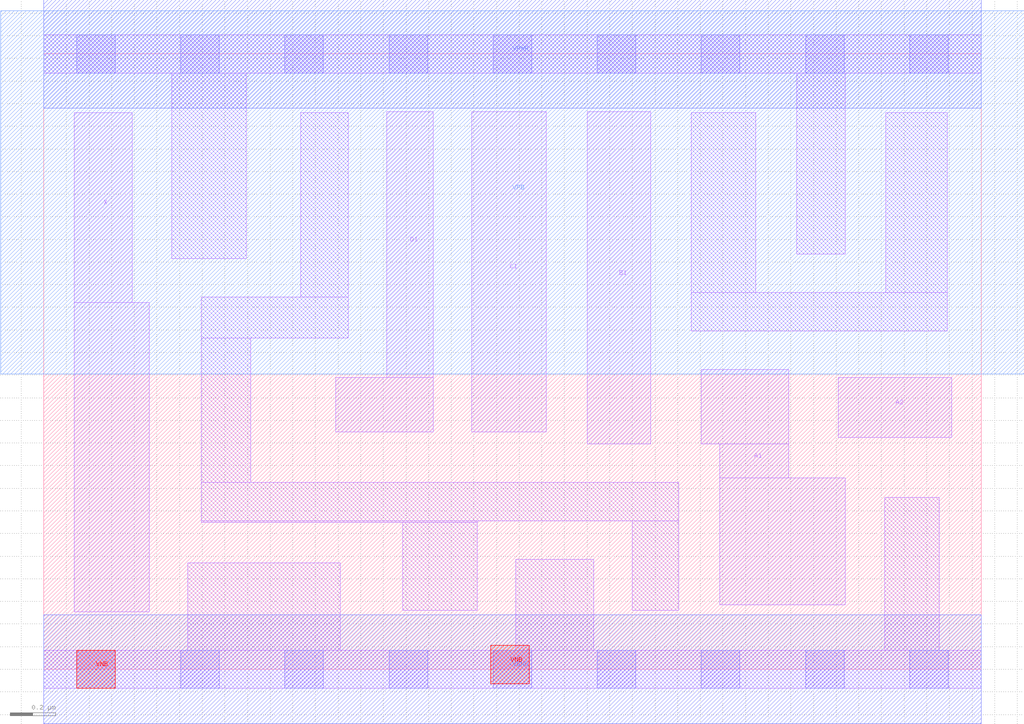
<source format=lef>
# Copyright 2020 The SkyWater PDK Authors
#
# Licensed under the Apache License, Version 2.0 (the "License");
# you may not use this file except in compliance with the License.
# You may obtain a copy of the License at
#
#     https://www.apache.org/licenses/LICENSE-2.0
#
# Unless required by applicable law or agreed to in writing, software
# distributed under the License is distributed on an "AS IS" BASIS,
# WITHOUT WARRANTIES OR CONDITIONS OF ANY KIND, either express or implied.
# See the License for the specific language governing permissions and
# limitations under the License.
#
# SPDX-License-Identifier: Apache-2.0

VERSION 5.7 ;
  NOWIREEXTENSIONATPIN ON ;
  DIVIDERCHAR "/" ;
  BUSBITCHARS "[]" ;
MACRO sky130_fd_sc_hd__a2111o_1
  CLASS CORE ;
  FOREIGN sky130_fd_sc_hd__a2111o_1 ;
  ORIGIN  0.000000  0.000000 ;
  SIZE  4.140000 BY  2.720000 ;
  SYMMETRY X Y R90 ;
  SITE unithd ;
  PIN A1
    ANTENNAGATEAREA  0.247500 ;
    DIRECTION INPUT ;
    USE SIGNAL ;
    PORT
      LAYER li1 ;
        RECT 2.905000 0.995000 3.290000 1.325000 ;
        RECT 2.985000 0.285000 3.540000 0.845000 ;
        RECT 2.985000 0.845000 3.290000 0.995000 ;
    END
  END A1
  PIN A2
    ANTENNAGATEAREA  0.247500 ;
    DIRECTION INPUT ;
    USE SIGNAL ;
    PORT
      LAYER li1 ;
        RECT 3.510000 1.025000 4.010000 1.290000 ;
    END
  END A2
  PIN B1
    ANTENNAGATEAREA  0.247500 ;
    DIRECTION INPUT ;
    USE SIGNAL ;
    PORT
      LAYER li1 ;
        RECT 2.400000 0.995000 2.680000 2.465000 ;
    END
  END B1
  PIN C1
    ANTENNAGATEAREA  0.247500 ;
    DIRECTION INPUT ;
    USE SIGNAL ;
    PORT
      LAYER li1 ;
        RECT 1.890000 1.050000 2.220000 2.465000 ;
    END
  END C1
  PIN D1
    ANTENNAGATEAREA  0.247500 ;
    DIRECTION INPUT ;
    USE SIGNAL ;
    PORT
      LAYER li1 ;
        RECT 1.290000 1.050000 1.720000 1.290000 ;
        RECT 1.515000 1.290000 1.720000 2.465000 ;
    END
  END D1
  PIN X
    ANTENNADIFFAREA  0.504500 ;
    DIRECTION OUTPUT ;
    USE SIGNAL ;
    PORT
      LAYER li1 ;
        RECT 0.135000 0.255000 0.465000 1.620000 ;
        RECT 0.135000 1.620000 0.390000 2.460000 ;
    END
  END X
  PIN VGND
    DIRECTION INOUT ;
    SHAPE ABUTMENT ;
    USE GROUND ;
    PORT
      LAYER met1 ;
        RECT 0.000000 -0.240000 4.140000 0.240000 ;
    END
  END VGND
  PIN VNB
    DIRECTION INOUT ;
    USE GROUND ;
    PORT
      LAYER pwell ;
        RECT 0.145000 -0.085000 0.315000 0.085000 ;
    END
    PORT
      LAYER pwell ;
        RECT 1.975000 -0.065000 2.145000 0.105000 ;
    END
  END VNB
  PIN VPB
    DIRECTION INOUT ;
    USE POWER ;
    PORT
      LAYER nwell ;
        RECT -0.190000 1.305000 4.330000 2.910000 ;
    END
  END VPB
  PIN VPWR
    DIRECTION INOUT ;
    SHAPE ABUTMENT ;
    USE POWER ;
    PORT
      LAYER met1 ;
        RECT 0.000000 2.480000 4.140000 2.960000 ;
    END
  END VPWR
  OBS
    LAYER li1 ;
      RECT 0.000000 -0.085000 4.140000 0.085000 ;
      RECT 0.000000  2.635000 4.140000 2.805000 ;
      RECT 0.565000  1.815000 0.895000 2.635000 ;
      RECT 0.635000  0.085000 1.310000 0.470000 ;
      RECT 0.695000  0.650000 1.915000 0.655000 ;
      RECT 0.695000  0.655000 2.805000 0.825000 ;
      RECT 0.695000  0.825000 0.915000 1.465000 ;
      RECT 0.695000  1.465000 1.345000 1.645000 ;
      RECT 1.135000  1.645000 1.345000 2.460000 ;
      RECT 1.585000  0.260000 1.915000 0.650000 ;
      RECT 2.085000  0.085000 2.430000 0.485000 ;
      RECT 2.600000  0.260000 2.805000 0.655000 ;
      RECT 2.860000  1.495000 3.990000 1.665000 ;
      RECT 2.860000  1.665000 3.145000 2.460000 ;
      RECT 3.325000  1.835000 3.540000 2.635000 ;
      RECT 3.715000  0.085000 3.955000 0.760000 ;
      RECT 3.720000  1.665000 3.990000 2.460000 ;
    LAYER mcon ;
      RECT 0.145000 -0.085000 0.315000 0.085000 ;
      RECT 0.145000  2.635000 0.315000 2.805000 ;
      RECT 0.605000 -0.085000 0.775000 0.085000 ;
      RECT 0.605000  2.635000 0.775000 2.805000 ;
      RECT 1.065000 -0.085000 1.235000 0.085000 ;
      RECT 1.065000  2.635000 1.235000 2.805000 ;
      RECT 1.525000 -0.085000 1.695000 0.085000 ;
      RECT 1.525000  2.635000 1.695000 2.805000 ;
      RECT 1.985000 -0.085000 2.155000 0.085000 ;
      RECT 1.985000  2.635000 2.155000 2.805000 ;
      RECT 2.445000 -0.085000 2.615000 0.085000 ;
      RECT 2.445000  2.635000 2.615000 2.805000 ;
      RECT 2.905000 -0.085000 3.075000 0.085000 ;
      RECT 2.905000  2.635000 3.075000 2.805000 ;
      RECT 3.365000 -0.085000 3.535000 0.085000 ;
      RECT 3.365000  2.635000 3.535000 2.805000 ;
      RECT 3.825000 -0.085000 3.995000 0.085000 ;
      RECT 3.825000  2.635000 3.995000 2.805000 ;
  END
END sky130_fd_sc_hd__a2111o_1
END LIBRARY

</source>
